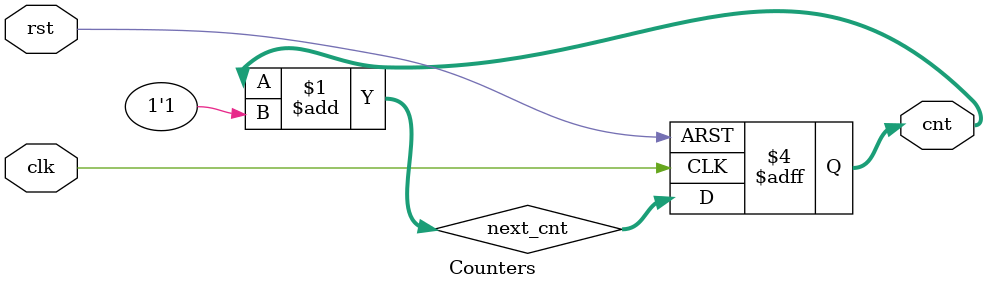
<source format=v>
`timescale 1ns / 1ps


module Counters(cnt,clk,rst);
input clk,rst;
output [2:0]cnt;

reg [2:0]cnt;
wire [2:0]next_cnt;

assign next_cnt = cnt + 1'b1;  //Just increment by 1

always @ (posedge clk or negedge rst)   
begin
 if(!rst)
 begin
 cnt <= 3'b0;
 end
 else
 begin
 cnt <= next_cnt;
 end
end

endmodule


</source>
